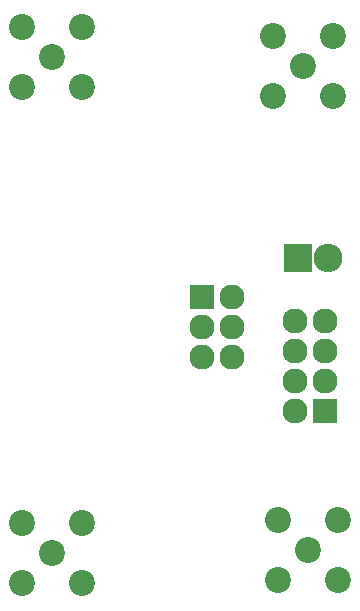
<source format=gbs>
G04 #@! TF.FileFunction,Soldermask,Bot*
%FSLAX46Y46*%
G04 Gerber Fmt 4.6, Leading zero omitted, Abs format (unit mm)*
G04 Created by KiCad (PCBNEW 4.0.2-stable) date Mon 07 Mar 2016 11:14:17 AM HST*
%MOMM*%
G01*
G04 APERTURE LIST*
%ADD10C,0.100000*%
%ADD11R,2.127200X2.127200*%
%ADD12O,2.127200X2.127200*%
%ADD13R,2.432000X2.432000*%
%ADD14O,2.432000X2.432000*%
%ADD15C,2.200000*%
G04 APERTURE END LIST*
D10*
D11*
X96250000Y-118250000D03*
D12*
X98790000Y-118250000D03*
X96250000Y-120790000D03*
X98790000Y-120790000D03*
X96250000Y-123330000D03*
X98790000Y-123330000D03*
D13*
X104385000Y-114950000D03*
D14*
X106925000Y-114950000D03*
D15*
X83500000Y-98000000D03*
X80960000Y-95460000D03*
X86040000Y-95460000D03*
X86040000Y-100540000D03*
X80960000Y-100540000D03*
X83500000Y-140000000D03*
X86040000Y-142540000D03*
X80960000Y-142540000D03*
X80960000Y-137460000D03*
X86040000Y-137460000D03*
X105250000Y-139750000D03*
X107790000Y-142290000D03*
X102710000Y-142290000D03*
X102710000Y-137210000D03*
X107790000Y-137210000D03*
X104750000Y-98750000D03*
X107290000Y-96210000D03*
X107290000Y-101290000D03*
X102210000Y-101290000D03*
X102210000Y-96210000D03*
D11*
X106635000Y-127950000D03*
D12*
X104095000Y-127950000D03*
X106635000Y-125410000D03*
X104095000Y-125410000D03*
X106635000Y-122870000D03*
X104095000Y-122870000D03*
X106635000Y-120330000D03*
X104095000Y-120330000D03*
M02*

</source>
